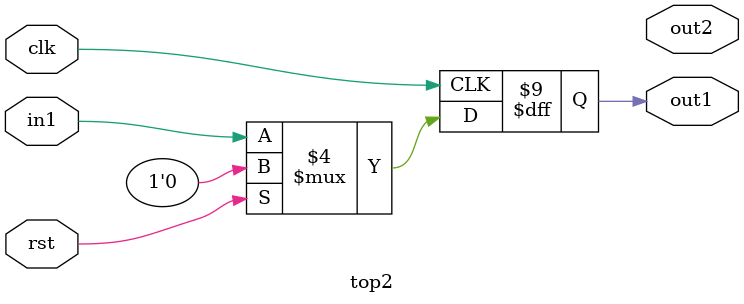
<source format=v>
`timescale 1ns / 1ps  
module top2 (
  input               clk,
  input               rst,
  input               in1,
  output  reg         out1,
  output  reg         out2
);


  // localparam (local constant)

  // wire

  // reg
  
  // xilinx attribute ASYNC_REG : ensure the flops are placed closely together (UG912)
  (* ASYNC_REG = "TRUE" *) reg [1:0]   sync_reg_sr;

  //-----------------------------------------------------------------------------
  // instantiations
  //-----------------------------------------------------------------------------


  //-----------------------------------------------------------------------------
  // logic
  //-----------------------------------------------------------------------------

  // shift reg
  always @ (posedge clk) // sync reset
  begin
    if (rst)
      sync_reg_sr <= 0;
    else 
      sync_reg_sr <= {sync_reg_sr[0], in1};
  end 

  
  always @ (posedge clk) // sync reset
  begin
    if (rst)
      out1 <= 0;
    else 
      out1 <= in1;
  end 






endmodule
</source>
